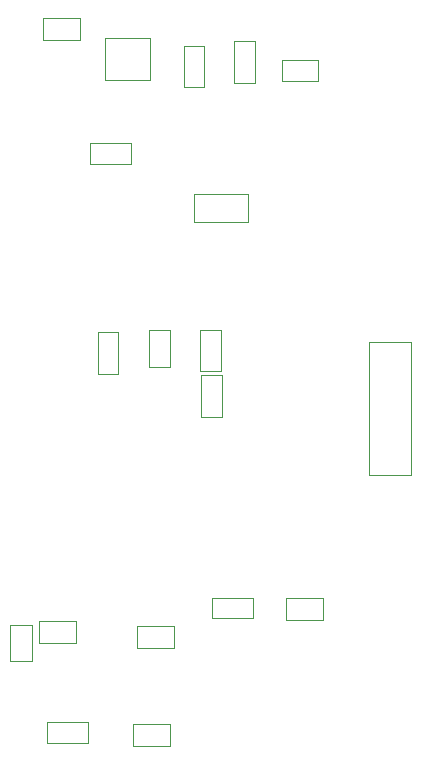
<source format=gbr>
G04 #@! TF.GenerationSoftware,KiCad,Pcbnew,5.1.7-a382d34a8~88~ubuntu18.04.1*
G04 #@! TF.CreationDate,2021-09-05T21:22:39+05:30*
G04 #@! TF.ProjectId,Sensor_PCB_v7,53656e73-6f72-45f5-9043-425f76372e6b,rev?*
G04 #@! TF.SameCoordinates,Original*
G04 #@! TF.FileFunction,Other,User*
%FSLAX46Y46*%
G04 Gerber Fmt 4.6, Leading zero omitted, Abs format (unit mm)*
G04 Created by KiCad (PCBNEW 5.1.7-a382d34a8~88~ubuntu18.04.1) date 2021-09-05 21:22:39*
%MOMM*%
%LPD*%
G01*
G04 APERTURE LIST*
%ADD10C,0.050000*%
G04 APERTURE END LIST*
D10*
X27062000Y-74260000D02*
X27062000Y-71160000D01*
X27062000Y-74260000D02*
X25262000Y-74260000D01*
X25262000Y-71160000D02*
X27062000Y-71160000D01*
X25262000Y-71160000D02*
X25262000Y-74260000D01*
X55611600Y-58449600D02*
X55611600Y-47249600D01*
X55611600Y-47249600D02*
X59211600Y-47249600D01*
X59211600Y-47249600D02*
X59211600Y-58449600D01*
X59211600Y-58449600D02*
X55611600Y-58449600D01*
X45834200Y-68881100D02*
X42334200Y-68881100D01*
X45834200Y-68881100D02*
X45834200Y-70631100D01*
X42334200Y-70631100D02*
X42334200Y-68881100D01*
X42334200Y-70631100D02*
X45834200Y-70631100D01*
X43107500Y-49697600D02*
X43107500Y-46197600D01*
X43107500Y-49697600D02*
X41357500Y-49697600D01*
X41357500Y-46197600D02*
X43107500Y-46197600D01*
X41357500Y-46197600D02*
X41357500Y-49697600D01*
X41426100Y-50055800D02*
X41426100Y-53555800D01*
X41426100Y-50055800D02*
X43176100Y-50055800D01*
X43176100Y-53555800D02*
X41426100Y-53555800D01*
X43176100Y-53555800D02*
X43176100Y-50055800D01*
X32660500Y-46400800D02*
X32660500Y-49900800D01*
X32660500Y-46400800D02*
X34410500Y-46400800D01*
X34410500Y-49900800D02*
X32660500Y-49900800D01*
X34410500Y-49900800D02*
X34410500Y-46400800D01*
X44222800Y-21771200D02*
X44222800Y-25271200D01*
X44222800Y-21771200D02*
X45972800Y-21771200D01*
X45972800Y-25271200D02*
X44222800Y-25271200D01*
X45972800Y-25271200D02*
X45972800Y-21771200D01*
X35506600Y-30415180D02*
X32006600Y-30415180D01*
X35506600Y-30415180D02*
X35506600Y-32165180D01*
X32006600Y-32165180D02*
X32006600Y-30415180D01*
X32006600Y-32165180D02*
X35506600Y-32165180D01*
X41698000Y-25646300D02*
X41698000Y-22146300D01*
X41698000Y-25646300D02*
X39948000Y-25646300D01*
X39948000Y-22146300D02*
X41698000Y-22146300D01*
X39948000Y-22146300D02*
X39948000Y-25646300D01*
X48630200Y-70724600D02*
X51730200Y-70724600D01*
X48630200Y-70724600D02*
X48630200Y-68924600D01*
X51730200Y-68924600D02*
X51730200Y-70724600D01*
X51730200Y-68924600D02*
X48630200Y-68924600D01*
X38763800Y-49319800D02*
X38763800Y-46219800D01*
X38763800Y-49319800D02*
X36963800Y-49319800D01*
X36963800Y-46219800D02*
X38763800Y-46219800D01*
X36963800Y-46219800D02*
X36963800Y-49319800D01*
X28056200Y-21628900D02*
X31156200Y-21628900D01*
X28056200Y-21628900D02*
X28056200Y-19828900D01*
X31156200Y-19828900D02*
X31156200Y-21628900D01*
X31156200Y-19828900D02*
X28056200Y-19828900D01*
X51339100Y-23326500D02*
X48239100Y-23326500D01*
X51339100Y-23326500D02*
X51339100Y-25126500D01*
X48239100Y-25126500D02*
X48239100Y-23326500D01*
X48239100Y-25126500D02*
X51339100Y-25126500D01*
X33253600Y-25076600D02*
X37053600Y-25076600D01*
X37053600Y-25076600D02*
X37053600Y-21476600D01*
X37053600Y-21476600D02*
X33253600Y-21476600D01*
X33253600Y-21476600D02*
X33253600Y-25076600D01*
X45373300Y-34704800D02*
X40773300Y-34704800D01*
X45373300Y-37024800D02*
X40773300Y-37024800D01*
X45373300Y-34704800D02*
X45373300Y-37024800D01*
X40773300Y-34704800D02*
X40773300Y-37024800D01*
X28350800Y-81179600D02*
X31850800Y-81179600D01*
X28350800Y-81179600D02*
X28350800Y-79429600D01*
X31850800Y-79429600D02*
X31850800Y-81179600D01*
X31850800Y-79429600D02*
X28350800Y-79429600D01*
X39114000Y-71307100D02*
X36014000Y-71307100D01*
X39114000Y-71307100D02*
X39114000Y-73107100D01*
X36014000Y-73107100D02*
X36014000Y-71307100D01*
X36014000Y-73107100D02*
X39114000Y-73107100D01*
X27687900Y-72677900D02*
X30787900Y-72677900D01*
X27687900Y-72677900D02*
X27687900Y-70877900D01*
X30787900Y-70877900D02*
X30787900Y-72677900D01*
X30787900Y-70877900D02*
X27687900Y-70877900D01*
X35673700Y-81390100D02*
X38773700Y-81390100D01*
X35673700Y-81390100D02*
X35673700Y-79590100D01*
X38773700Y-79590100D02*
X38773700Y-81390100D01*
X38773700Y-79590100D02*
X35673700Y-79590100D01*
M02*

</source>
